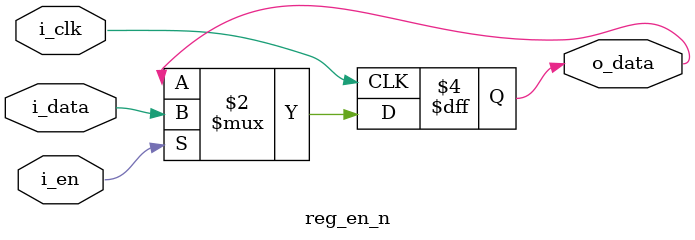
<source format=sv>
module reg_en_n #
(
	parameter WIDTH = 1
)
(
	input i_clk,
	input i_en,
	input [WIDTH-1:0] i_data,

	output logic [WIDTH-1:0] o_data
);
	always_ff @(posedge i_clk) begin
		if(i_en)
			o_data <= i_data;
	end

endmodule : reg_en_n
</source>
